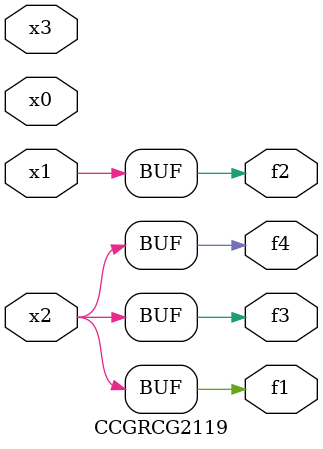
<source format=v>
module CCGRCG2119(
	input x0, x1, x2, x3,
	output f1, f2, f3, f4
);
	assign f1 = x2;
	assign f2 = x1;
	assign f3 = x2;
	assign f4 = x2;
endmodule

</source>
